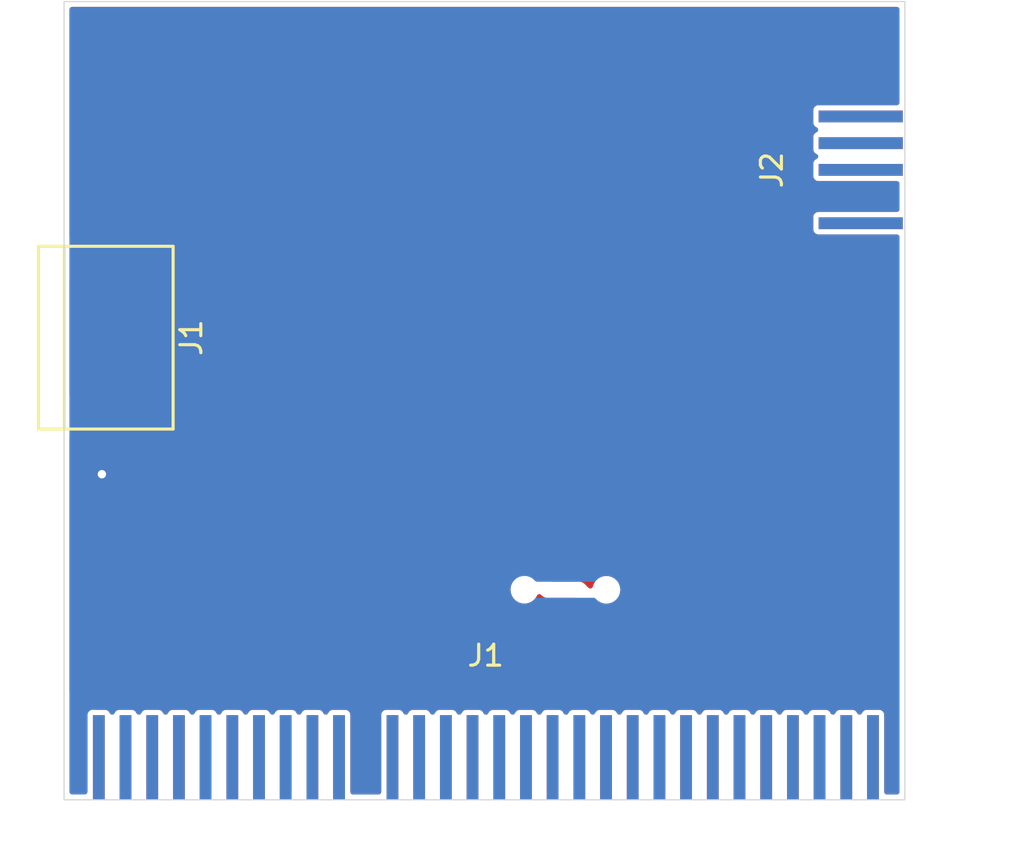
<source format=kicad_pcb>
(kicad_pcb (version 20210904) (generator pcbnew)
  (layers (0 "F.Cu" signal) (31 "B.Cu" signal) (34 "B.Paste" user) (35 "F.Paste" user) (36 "B.SilkS" user "B.Silkscreen") (37 "F.SilkS" user "F.Silkscreen") (38 "B.Mask" user) (39 "F.Mask" user) (44 "Edge.Cuts" user))
  (net 0 "")
  (net 1 "GND")
  (net 2 "+5V")
  (net 3 "Net-(J1-Pad4)")
  (net 4 "/USB_D+")
  (net 5 "/USB_D-")
  (footprint "misc:USB_Micro-B" (layer "F.Cu") (at 119.6 114 -90)
    (fp_text reference "J1" (at 0 -3.45 -90) (layer "F.SilkS"))
    (fp_text value "USB_B_Mini")
    (fp_line (start -4.3509 -2.58754) (end 4.3491 -2.58754) (stroke (width 0.15)) (layer "F.SilkS"))
    (fp_line (start -4.3509 3.81746) (end -4.3509 -2.58754) (stroke (width 0.15)) (layer "F.SilkS"))
    (fp_line (start -4.3509 3.81746) (end 4.3491 3.81746) (stroke (width 0.15)) (layer "F.SilkS"))
    (fp_line (start 4.3491 -2.58754) (end 4.3491 3.81746) (stroke (width 0.15)) (layer "F.SilkS"))
    (fp_line (start 4.3491 2.58746) (end -4.3509 2.58746) (stroke (width 0.15)) (layer "F.SilkS"))
    (pad "1" smd rect locked (at -1.3009 -1.56254) (size 1.35 0.4) (layers "F.Cu" "F.Paste" "F.Mask") (net 2 "+5V"))
    (pad "2" smd rect locked (at -0.6509 -1.56254) (size 1.35 0.4) (layers "F.Cu" "F.Paste" "F.Mask") (net 5 "/USB_D-"))
    (pad "3" smd rect locked (at -0.0009 -1.56254) (size 1.35 0.4) (layers "F.Cu" "F.Paste" "F.Mask") (net 4 "/USB_D+"))
    (pad "4" smd rect locked (at 0.6491 -1.56254) (size 1.35 0.4) (layers "F.Cu" "F.Paste" "F.Mask") (net 3 "Net-(J1-Pad4)") (thermal_bridge_width 1) (thermal_gap 0.2))
    (pad "5" smd rect locked (at 1.2991 -1.56254) (size 1.35 0.4) (layers "F.Cu" "F.Paste" "F.Mask") (net 1 "GND"))
    (pad "6" smd rect locked (at -3.75 1.15 270) (size 1.524 1.524) (layers "F.Cu" "F.Paste" "F.Mask") (net 1 "GND"))
    (pad "6" smd rect locked (at 3.75 1.15 270) (size 1.524 1.524) (layers "F.Cu" "F.Paste" "F.Mask") (net 1 "GND"))
  )
  (footprint "Connectors_Samtec:MECF-30-0_-L-DV_Edge" (layer "F.Cu") (at 137.0584 131.4704)
    (fp_text reference "J1" (at 0 -2.3368) (layer "F.SilkS"))
    (fp_text value "MECF-30-0_-L-DV_Edge" hide)
    (pad "1" smd rect (at -18.405 2.5) (size 0.56 4) (layers "F.Cu" "F.Paste" "F.Mask"))
    (pad "2" smd rect (at -18.405 2.5) (size 0.56 4) (layers "B.Cu" "B.Paste" "B.Mask"))
    (pad "3" smd rect (at -17.135 2.5) (size 0.56 4) (layers "F.Cu" "F.Paste" "F.Mask"))
    (pad "4" smd rect (at -17.135 2.5) (size 0.56 4) (layers "B.Cu" "B.Paste" "B.Mask"))
    (pad "5" smd rect (at -15.865 2.5) (size 0.56 4) (layers "F.Cu" "F.Paste" "F.Mask"))
    (pad "6" smd rect (at -15.865 2.5) (size 0.56 4) (layers "B.Cu" "B.Paste" "B.Mask"))
    (pad "7" smd rect (at -14.595 2.5) (size 0.56 4) (layers "F.Cu" "F.Paste" "F.Mask"))
    (pad "8" smd rect (at -14.595 2.5) (size 0.56 4) (layers "B.Cu" "B.Paste" "B.Mask"))
    (pad "9" smd rect (at -13.325 2.5) (size 0.56 4) (layers "F.Cu" "F.Paste" "F.Mask"))
    (pad "10" smd rect (at -13.325 2.5) (size 0.56 4) (layers "B.Cu" "B.Paste" "B.Mask"))
    (pad "11" smd rect (at -12.055 2.5) (size 0.56 4) (layers "F.Cu" "F.Paste" "F.Mask"))
    (pad "12" smd rect (at -12.055 2.5) (size 0.56 4) (layers "B.Cu" "B.Paste" "B.Mask"))
    (pad "13" smd rect (at -10.785 2.5) (size 0.56 4) (layers "F.Cu" "F.Paste" "F.Mask"))
    (pad "14" smd rect (at -10.785 2.5) (size 0.56 4) (layers "B.Cu" "B.Paste" "B.Mask"))
    (pad "15" smd rect (at -9.515 2.5) (size 0.56 4) (layers "F.Cu" "F.Paste" "F.Mask"))
    (pad "16" smd rect (at -9.515 2.5) (size 0.56 4) (layers "B.Cu" "B.Paste" "B.Mask"))
    (pad "17" smd rect (at -8.245 2.5) (size 0.56 4) (layers "F.Cu" "F.Paste" "F.Mask"))
    (pad "18" smd rect (at -8.245 2.5) (size 0.56 4) (layers "B.Cu" "B.Paste" "B.Mask"))
    (pad "19" smd rect (at -6.975 2.5) (size 0.56 4) (layers "F.Cu" "F.Paste" "F.Mask"))
    (pad "20" smd rect (at -6.975 2.5) (size 0.56 4) (layers "B.Cu" "B.Paste" "B.Mask"))
    (pad "23" smd rect (at -4.435 2.5) (size 0.56 4) (layers "F.Cu" "F.Paste" "F.Mask"))
    (pad "24" smd rect (at -4.435 2.5) (size 0.56 4) (layers "B.Cu" "B.Paste" "B.Mask"))
    (pad "25" smd rect (at -3.165 2.5) (size 0.56 4) (layers "F.Cu" "F.Paste" "F.Mask"))
    (pad "26" smd rect (at -3.165 2.5) (size 0.56 4) (layers "B.Cu" "B.Paste" "B.Mask"))
    (pad "27" smd rect (at -1.895 2.5) (size 0.56 4) (layers "F.Cu" "F.Paste" "F.Mask"))
    (pad "28" smd rect (at -1.895 2.5) (size 0.56 4) (layers "B.Cu" "B.Paste" "B.Mask"))
    (pad "29" smd rect (at -0.625 2.5) (size 0.56 4) (layers "F.Cu" "F.Paste" "F.Mask"))
    (pad "30" smd rect (at -0.625 2.5) (size 0.56 4) (layers "B.Cu" "B.Paste" "B.Mask"))
    (pad "31" smd rect (at 0.645 2.5) (size 0.56 4) (layers "F.Cu" "F.Paste" "F.Mask"))
    (pad "32" smd rect (at 0.645 2.5) (size 0.56 4) (layers "B.Cu" "B.Paste" "B.Mask"))
    (pad "33" smd rect (at 1.915 2.5) (size 0.56 4) (layers "F.Cu" "F.Paste" "F.Mask"))
    (pad "34" smd rect (at 1.915 2.5) (size 0.56 4) (layers "B.Cu" "B.Paste" "B.Mask"))
    (pad "35" smd rect (at 3.185 2.5) (size 0.56 4) (layers "F.Cu" "F.Paste" "F.Mask"))
    (pad "36" smd rect (at 3.185 2.5) (size 0.56 4) (layers "B.Cu" "B.Paste" "B.Mask"))
    (pad "37" smd rect (at 4.455 2.5) (size 0.56 4) (layers "F.Cu" "F.Paste" "F.Mask"))
    (pad "38" smd rect (at 4.455 2.5) (size 0.56 4) (layers "B.Cu" "B.Paste" "B.Mask"))
    (pad "39" smd rect (at 5.725 2.5) (size 0.56 4) (layers "F.Cu" "F.Paste" "F.Mask"))
    (pad "40" smd rect (at 5.725 2.5) (size 0.56 4) (layers "B.Cu" "B.Paste" "B.Mask"))
    (pad "41" smd rect (at 6.995 2.5) (size 0.56 4) (layers "F.Cu" "F.Paste" "F.Mask"))
    (pad "42" smd rect (at 6.995 2.5) (size 0.56 4) (layers "B.Cu" "B.Paste" "B.Mask"))
    (pad "43" smd rect (at 8.265 2.5) (size 0.56 4) (layers "F.Cu" "F.Paste" "F.Mask"))
    (pad "44" smd rect (at 8.265 2.5) (size 0.56 4) (layers "B.Cu" "B.Paste" "B.Mask"))
    (pad "45" smd rect (at 9.535 2.5) (size 0.56 4) (layers "F.Cu" "F.Paste" "F.Mask"))
    (pad "46" smd rect (at 9.535 2.5) (size 0.56 4) (layers "B.Cu" "B.Paste" "B.Mask"))
    (pad "47" smd rect (at 10.805 2.5) (size 0.56 4) (layers "F.Cu" "F.Paste" "F.Mask"))
    (pad "48" smd rect (at 10.805 2.5) (size 0.56 4) (layers "B.Cu" "B.Paste" "B.Mask"))
    (pad "49" smd rect (at 12.075 2.5) (size 0.56 4) (layers "F.Cu" "F.Paste" "F.Mask"))
    (pad "50" smd rect (at 12.075 2.5) (size 0.56 4) (layers "B.Cu" "B.Paste" "B.Mask"))
    (pad "51" smd rect (at 13.345 2.5) (size 0.56 4) (layers "F.Cu" "F.Paste" "F.Mask"))
    (pad "52" smd rect (at 13.345 2.5) (size 0.56 4) (layers "B.Cu" "B.Paste" "B.Mask"))
    (pad "53" smd rect (at 14.615 2.5) (size 0.56 4) (layers "F.Cu" "F.Paste" "F.Mask"))
    (pad "54" smd rect (at 14.615 2.5) (size 0.56 4) (layers "B.Cu" "B.Paste" "B.Mask"))
    (pad "55" smd rect (at 15.885 2.5) (size 0.56 4) (layers "F.Cu" "F.Paste" "F.Mask"))
    (pad "56" smd rect (at 15.885 2.5) (size 0.56 4) (layers "B.Cu" "B.Paste" "B.Mask"))
    (pad "57" smd rect (at 17.155 2.5) (size 0.56 4) (layers "F.Cu" "F.Paste" "F.Mask"))
    (pad "58" smd rect (at 17.155 2.5) (size 0.56 4) (layers "B.Cu" "B.Paste" "B.Mask"))
    (pad "59" smd rect (at 18.425 2.5) (size 0.56 4) (layers "F.Cu" "F.Paste" "F.Mask"))
    (pad "60" smd rect (at 18.425 2.5) (size 0.56 4) (layers "B.Cu" "B.Paste" "B.Mask"))
  )
  (footprint "Connectors_Samtec:MECF-05-0_-L-DV_Edge" (layer "F.Cu") (at 152.4 106.0196 90)
    (fp_text reference "J2" (at 0 -1.7272 90) (layer "F.SilkS"))
    (fp_text value "MECF-05-0_-L-DV_Edge" hide)
    (pad "1" smd rect (at -2.53 2.5 90) (size 0.56 4) (layers "F.Cu" "F.Paste" "F.Mask"))
    (pad "2" smd rect (at -2.53 2.5 90) (size 0.56 4) (layers "B.Cu" "B.Paste" "B.Mask"))
    (pad "5" smd rect (at 0.01 2.5 90) (size 0.56 4) (layers "F.Cu" "F.Paste" "F.Mask"))
    (pad "6" smd rect (at 0.01 2.5 90) (size 0.56 4) (layers "B.Cu" "B.Paste" "B.Mask"))
    (pad "7" smd rect (at 1.28 2.5 90) (size 0.56 4) (layers "F.Cu" "F.Paste" "F.Mask"))
    (pad "8" smd rect (at 1.28 2.5 90) (size 0.56 4) (layers "B.Cu" "B.Paste" "B.Mask"))
    (pad "9" smd rect (at 2.55 2.5 90) (size 0.56 4) (layers "F.Cu" "F.Paste" "F.Mask"))
    (pad "10" smd rect (at 2.55 2.5 90) (size 0.56 4) (layers "B.Cu" "B.Paste" "B.Mask"))
  )
  (gr_rect (start 117.602 131.318) (end 118.0084 131.7244) (stroke (width 0.2)) (fill none) (layer "F.Cu"))
  (gr_line (start 157 98) (end 117 98) (stroke (width 0.05)) (layer "Edge.Cuts"))
  (gr_line (start 117 136) (end 157 136) (stroke (width 0.05)) (layer "Edge.Cuts"))
  (gr_line (start 117 98) (end 117 136) (stroke (width 0.05)) (layer "Edge.Cuts"))
  (gr_line (start 157 136) (end 157 98) (stroke (width 0.05)) (layer "Edge.Cuts"))
  (via (at 118.8 120.5) (size 0.8) (drill 0.4) (layers "F.Cu" "B.Cu") (net 1))
  (segment (start 123.8009 112.6991) (end 121.16254 112.6991) (width 0.3) (layer "F.Cu") (net 2))
  (segment (start 122.275041 113.8991) (end 123.9809 113.8991) (width 0.2) (layer "F.Cu") (net 4))
  (segment (start 121.16254 113.9991) (end 122.175041 113.9991) (width 0.2) (layer "F.Cu") (net 4))
  (segment (start 122.175041 113.9991) (end 122.275041 113.8991) (width 0.2) (layer "F.Cu") (net 4))
  (segment (start 121.16254 113.3491) (end 122.175041 113.3491) (width 0.2) (layer "F.Cu") (net 5))
  (segment (start 122.275041 113.4491) (end 124.1673 113.4491) (width 0.2) (layer "F.Cu") (net 5))
  (segment (start 122.175041 113.3491) (end 122.275041 113.4491) (width 0.2) (layer "F.Cu") (net 5))
  (zone (net 1) (net_name "GND") (layer "F.Cu") (connect_pads (clearance 0.254)) (min_thickness 0.254) (fill yes (thermal_gap 0.254) (thermal_bridge_width 0.3))
    (polygon (pts (xy 117 98) (xy 157 98) (xy 157 136) (xy 117 136)))
  )
  (zone (net 1) (net_name "GND") (layer "B.Cu") (connect_pads (clearance 0.254)) (min_thickness 0.254) (fill yes (thermal_gap 0.254) (thermal_bridge_width 0.3))
    (polygon (pts (xy 117 98) (xy 157 98) (xy 157 136) (xy 117 136)))
  )
)
</source>
